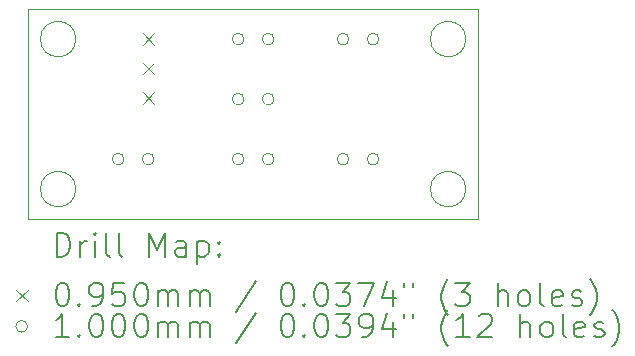
<source format=gbr>
%TF.GenerationSoftware,KiCad,Pcbnew,7.0.1*%
%TF.CreationDate,2025-05-23T00:36:25+09:00*%
%TF.ProjectId,independent_steering,696e6465-7065-46e6-9465-6e745f737465,rev?*%
%TF.SameCoordinates,Original*%
%TF.FileFunction,Drillmap*%
%TF.FilePolarity,Positive*%
%FSLAX45Y45*%
G04 Gerber Fmt 4.5, Leading zero omitted, Abs format (unit mm)*
G04 Created by KiCad (PCBNEW 7.0.1) date 2025-05-23 00:36:25*
%MOMM*%
%LPD*%
G01*
G04 APERTURE LIST*
%ADD10C,0.100000*%
%ADD11C,0.200000*%
%ADD12C,0.095000*%
G04 APERTURE END LIST*
D10*
X11834000Y-8636000D02*
G75*
G03*
X11834000Y-8636000I-150000J0D01*
G01*
X11834000Y-9906000D02*
G75*
G03*
X11834000Y-9906000I-150000J0D01*
G01*
X15136000Y-9906000D02*
G75*
G03*
X15136000Y-9906000I-150000J0D01*
G01*
X15136000Y-8636000D02*
G75*
G03*
X15136000Y-8636000I-150000J0D01*
G01*
X11430000Y-8382000D02*
X15240000Y-8382000D01*
X15240000Y-10160000D01*
X11430000Y-10160000D01*
X11430000Y-8382000D01*
D11*
D12*
X12398500Y-8588500D02*
X12493500Y-8683500D01*
X12493500Y-8588500D02*
X12398500Y-8683500D01*
X12398500Y-8838500D02*
X12493500Y-8933500D01*
X12493500Y-8838500D02*
X12398500Y-8933500D01*
X12398500Y-9088500D02*
X12493500Y-9183500D01*
X12493500Y-9088500D02*
X12398500Y-9183500D01*
D10*
X12242000Y-9652000D02*
G75*
G03*
X12242000Y-9652000I-50000J0D01*
G01*
X12496000Y-9652000D02*
G75*
G03*
X12496000Y-9652000I-50000J0D01*
G01*
X13258000Y-8636000D02*
G75*
G03*
X13258000Y-8636000I-50000J0D01*
G01*
X13258000Y-9144000D02*
G75*
G03*
X13258000Y-9144000I-50000J0D01*
G01*
X13258000Y-9652000D02*
G75*
G03*
X13258000Y-9652000I-50000J0D01*
G01*
X13512000Y-8636000D02*
G75*
G03*
X13512000Y-8636000I-50000J0D01*
G01*
X13512000Y-9144000D02*
G75*
G03*
X13512000Y-9144000I-50000J0D01*
G01*
X13512000Y-9652000D02*
G75*
G03*
X13512000Y-9652000I-50000J0D01*
G01*
X14146500Y-8636500D02*
G75*
G03*
X14146500Y-8636500I-50000J0D01*
G01*
X14146500Y-9652500D02*
G75*
G03*
X14146500Y-9652500I-50000J0D01*
G01*
X14400500Y-8636500D02*
G75*
G03*
X14400500Y-8636500I-50000J0D01*
G01*
X14400500Y-9652500D02*
G75*
G03*
X14400500Y-9652500I-50000J0D01*
G01*
D11*
X11672619Y-10477524D02*
X11672619Y-10277524D01*
X11672619Y-10277524D02*
X11720238Y-10277524D01*
X11720238Y-10277524D02*
X11748809Y-10287048D01*
X11748809Y-10287048D02*
X11767857Y-10306095D01*
X11767857Y-10306095D02*
X11777381Y-10325143D01*
X11777381Y-10325143D02*
X11786905Y-10363238D01*
X11786905Y-10363238D02*
X11786905Y-10391810D01*
X11786905Y-10391810D02*
X11777381Y-10429905D01*
X11777381Y-10429905D02*
X11767857Y-10448952D01*
X11767857Y-10448952D02*
X11748809Y-10468000D01*
X11748809Y-10468000D02*
X11720238Y-10477524D01*
X11720238Y-10477524D02*
X11672619Y-10477524D01*
X11872619Y-10477524D02*
X11872619Y-10344190D01*
X11872619Y-10382286D02*
X11882143Y-10363238D01*
X11882143Y-10363238D02*
X11891667Y-10353714D01*
X11891667Y-10353714D02*
X11910714Y-10344190D01*
X11910714Y-10344190D02*
X11929762Y-10344190D01*
X11996428Y-10477524D02*
X11996428Y-10344190D01*
X11996428Y-10277524D02*
X11986905Y-10287048D01*
X11986905Y-10287048D02*
X11996428Y-10296571D01*
X11996428Y-10296571D02*
X12005952Y-10287048D01*
X12005952Y-10287048D02*
X11996428Y-10277524D01*
X11996428Y-10277524D02*
X11996428Y-10296571D01*
X12120238Y-10477524D02*
X12101190Y-10468000D01*
X12101190Y-10468000D02*
X12091667Y-10448952D01*
X12091667Y-10448952D02*
X12091667Y-10277524D01*
X12225000Y-10477524D02*
X12205952Y-10468000D01*
X12205952Y-10468000D02*
X12196428Y-10448952D01*
X12196428Y-10448952D02*
X12196428Y-10277524D01*
X12453571Y-10477524D02*
X12453571Y-10277524D01*
X12453571Y-10277524D02*
X12520238Y-10420381D01*
X12520238Y-10420381D02*
X12586905Y-10277524D01*
X12586905Y-10277524D02*
X12586905Y-10477524D01*
X12767857Y-10477524D02*
X12767857Y-10372762D01*
X12767857Y-10372762D02*
X12758333Y-10353714D01*
X12758333Y-10353714D02*
X12739286Y-10344190D01*
X12739286Y-10344190D02*
X12701190Y-10344190D01*
X12701190Y-10344190D02*
X12682143Y-10353714D01*
X12767857Y-10468000D02*
X12748809Y-10477524D01*
X12748809Y-10477524D02*
X12701190Y-10477524D01*
X12701190Y-10477524D02*
X12682143Y-10468000D01*
X12682143Y-10468000D02*
X12672619Y-10448952D01*
X12672619Y-10448952D02*
X12672619Y-10429905D01*
X12672619Y-10429905D02*
X12682143Y-10410857D01*
X12682143Y-10410857D02*
X12701190Y-10401333D01*
X12701190Y-10401333D02*
X12748809Y-10401333D01*
X12748809Y-10401333D02*
X12767857Y-10391810D01*
X12863095Y-10344190D02*
X12863095Y-10544190D01*
X12863095Y-10353714D02*
X12882143Y-10344190D01*
X12882143Y-10344190D02*
X12920238Y-10344190D01*
X12920238Y-10344190D02*
X12939286Y-10353714D01*
X12939286Y-10353714D02*
X12948809Y-10363238D01*
X12948809Y-10363238D02*
X12958333Y-10382286D01*
X12958333Y-10382286D02*
X12958333Y-10439429D01*
X12958333Y-10439429D02*
X12948809Y-10458476D01*
X12948809Y-10458476D02*
X12939286Y-10468000D01*
X12939286Y-10468000D02*
X12920238Y-10477524D01*
X12920238Y-10477524D02*
X12882143Y-10477524D01*
X12882143Y-10477524D02*
X12863095Y-10468000D01*
X13044048Y-10458476D02*
X13053571Y-10468000D01*
X13053571Y-10468000D02*
X13044048Y-10477524D01*
X13044048Y-10477524D02*
X13034524Y-10468000D01*
X13034524Y-10468000D02*
X13044048Y-10458476D01*
X13044048Y-10458476D02*
X13044048Y-10477524D01*
X13044048Y-10353714D02*
X13053571Y-10363238D01*
X13053571Y-10363238D02*
X13044048Y-10372762D01*
X13044048Y-10372762D02*
X13034524Y-10363238D01*
X13034524Y-10363238D02*
X13044048Y-10353714D01*
X13044048Y-10353714D02*
X13044048Y-10372762D01*
D12*
X11330000Y-10757500D02*
X11425000Y-10852500D01*
X11425000Y-10757500D02*
X11330000Y-10852500D01*
D11*
X11710714Y-10697524D02*
X11729762Y-10697524D01*
X11729762Y-10697524D02*
X11748809Y-10707048D01*
X11748809Y-10707048D02*
X11758333Y-10716571D01*
X11758333Y-10716571D02*
X11767857Y-10735619D01*
X11767857Y-10735619D02*
X11777381Y-10773714D01*
X11777381Y-10773714D02*
X11777381Y-10821333D01*
X11777381Y-10821333D02*
X11767857Y-10859429D01*
X11767857Y-10859429D02*
X11758333Y-10878476D01*
X11758333Y-10878476D02*
X11748809Y-10888000D01*
X11748809Y-10888000D02*
X11729762Y-10897524D01*
X11729762Y-10897524D02*
X11710714Y-10897524D01*
X11710714Y-10897524D02*
X11691667Y-10888000D01*
X11691667Y-10888000D02*
X11682143Y-10878476D01*
X11682143Y-10878476D02*
X11672619Y-10859429D01*
X11672619Y-10859429D02*
X11663095Y-10821333D01*
X11663095Y-10821333D02*
X11663095Y-10773714D01*
X11663095Y-10773714D02*
X11672619Y-10735619D01*
X11672619Y-10735619D02*
X11682143Y-10716571D01*
X11682143Y-10716571D02*
X11691667Y-10707048D01*
X11691667Y-10707048D02*
X11710714Y-10697524D01*
X11863095Y-10878476D02*
X11872619Y-10888000D01*
X11872619Y-10888000D02*
X11863095Y-10897524D01*
X11863095Y-10897524D02*
X11853571Y-10888000D01*
X11853571Y-10888000D02*
X11863095Y-10878476D01*
X11863095Y-10878476D02*
X11863095Y-10897524D01*
X11967857Y-10897524D02*
X12005952Y-10897524D01*
X12005952Y-10897524D02*
X12025000Y-10888000D01*
X12025000Y-10888000D02*
X12034524Y-10878476D01*
X12034524Y-10878476D02*
X12053571Y-10849905D01*
X12053571Y-10849905D02*
X12063095Y-10811810D01*
X12063095Y-10811810D02*
X12063095Y-10735619D01*
X12063095Y-10735619D02*
X12053571Y-10716571D01*
X12053571Y-10716571D02*
X12044048Y-10707048D01*
X12044048Y-10707048D02*
X12025000Y-10697524D01*
X12025000Y-10697524D02*
X11986905Y-10697524D01*
X11986905Y-10697524D02*
X11967857Y-10707048D01*
X11967857Y-10707048D02*
X11958333Y-10716571D01*
X11958333Y-10716571D02*
X11948809Y-10735619D01*
X11948809Y-10735619D02*
X11948809Y-10783238D01*
X11948809Y-10783238D02*
X11958333Y-10802286D01*
X11958333Y-10802286D02*
X11967857Y-10811810D01*
X11967857Y-10811810D02*
X11986905Y-10821333D01*
X11986905Y-10821333D02*
X12025000Y-10821333D01*
X12025000Y-10821333D02*
X12044048Y-10811810D01*
X12044048Y-10811810D02*
X12053571Y-10802286D01*
X12053571Y-10802286D02*
X12063095Y-10783238D01*
X12244048Y-10697524D02*
X12148809Y-10697524D01*
X12148809Y-10697524D02*
X12139286Y-10792762D01*
X12139286Y-10792762D02*
X12148809Y-10783238D01*
X12148809Y-10783238D02*
X12167857Y-10773714D01*
X12167857Y-10773714D02*
X12215476Y-10773714D01*
X12215476Y-10773714D02*
X12234524Y-10783238D01*
X12234524Y-10783238D02*
X12244048Y-10792762D01*
X12244048Y-10792762D02*
X12253571Y-10811810D01*
X12253571Y-10811810D02*
X12253571Y-10859429D01*
X12253571Y-10859429D02*
X12244048Y-10878476D01*
X12244048Y-10878476D02*
X12234524Y-10888000D01*
X12234524Y-10888000D02*
X12215476Y-10897524D01*
X12215476Y-10897524D02*
X12167857Y-10897524D01*
X12167857Y-10897524D02*
X12148809Y-10888000D01*
X12148809Y-10888000D02*
X12139286Y-10878476D01*
X12377381Y-10697524D02*
X12396429Y-10697524D01*
X12396429Y-10697524D02*
X12415476Y-10707048D01*
X12415476Y-10707048D02*
X12425000Y-10716571D01*
X12425000Y-10716571D02*
X12434524Y-10735619D01*
X12434524Y-10735619D02*
X12444048Y-10773714D01*
X12444048Y-10773714D02*
X12444048Y-10821333D01*
X12444048Y-10821333D02*
X12434524Y-10859429D01*
X12434524Y-10859429D02*
X12425000Y-10878476D01*
X12425000Y-10878476D02*
X12415476Y-10888000D01*
X12415476Y-10888000D02*
X12396429Y-10897524D01*
X12396429Y-10897524D02*
X12377381Y-10897524D01*
X12377381Y-10897524D02*
X12358333Y-10888000D01*
X12358333Y-10888000D02*
X12348809Y-10878476D01*
X12348809Y-10878476D02*
X12339286Y-10859429D01*
X12339286Y-10859429D02*
X12329762Y-10821333D01*
X12329762Y-10821333D02*
X12329762Y-10773714D01*
X12329762Y-10773714D02*
X12339286Y-10735619D01*
X12339286Y-10735619D02*
X12348809Y-10716571D01*
X12348809Y-10716571D02*
X12358333Y-10707048D01*
X12358333Y-10707048D02*
X12377381Y-10697524D01*
X12529762Y-10897524D02*
X12529762Y-10764190D01*
X12529762Y-10783238D02*
X12539286Y-10773714D01*
X12539286Y-10773714D02*
X12558333Y-10764190D01*
X12558333Y-10764190D02*
X12586905Y-10764190D01*
X12586905Y-10764190D02*
X12605952Y-10773714D01*
X12605952Y-10773714D02*
X12615476Y-10792762D01*
X12615476Y-10792762D02*
X12615476Y-10897524D01*
X12615476Y-10792762D02*
X12625000Y-10773714D01*
X12625000Y-10773714D02*
X12644048Y-10764190D01*
X12644048Y-10764190D02*
X12672619Y-10764190D01*
X12672619Y-10764190D02*
X12691667Y-10773714D01*
X12691667Y-10773714D02*
X12701190Y-10792762D01*
X12701190Y-10792762D02*
X12701190Y-10897524D01*
X12796429Y-10897524D02*
X12796429Y-10764190D01*
X12796429Y-10783238D02*
X12805952Y-10773714D01*
X12805952Y-10773714D02*
X12825000Y-10764190D01*
X12825000Y-10764190D02*
X12853571Y-10764190D01*
X12853571Y-10764190D02*
X12872619Y-10773714D01*
X12872619Y-10773714D02*
X12882143Y-10792762D01*
X12882143Y-10792762D02*
X12882143Y-10897524D01*
X12882143Y-10792762D02*
X12891667Y-10773714D01*
X12891667Y-10773714D02*
X12910714Y-10764190D01*
X12910714Y-10764190D02*
X12939286Y-10764190D01*
X12939286Y-10764190D02*
X12958333Y-10773714D01*
X12958333Y-10773714D02*
X12967857Y-10792762D01*
X12967857Y-10792762D02*
X12967857Y-10897524D01*
X13358333Y-10688000D02*
X13186905Y-10945143D01*
X13615476Y-10697524D02*
X13634524Y-10697524D01*
X13634524Y-10697524D02*
X13653572Y-10707048D01*
X13653572Y-10707048D02*
X13663095Y-10716571D01*
X13663095Y-10716571D02*
X13672619Y-10735619D01*
X13672619Y-10735619D02*
X13682143Y-10773714D01*
X13682143Y-10773714D02*
X13682143Y-10821333D01*
X13682143Y-10821333D02*
X13672619Y-10859429D01*
X13672619Y-10859429D02*
X13663095Y-10878476D01*
X13663095Y-10878476D02*
X13653572Y-10888000D01*
X13653572Y-10888000D02*
X13634524Y-10897524D01*
X13634524Y-10897524D02*
X13615476Y-10897524D01*
X13615476Y-10897524D02*
X13596429Y-10888000D01*
X13596429Y-10888000D02*
X13586905Y-10878476D01*
X13586905Y-10878476D02*
X13577381Y-10859429D01*
X13577381Y-10859429D02*
X13567857Y-10821333D01*
X13567857Y-10821333D02*
X13567857Y-10773714D01*
X13567857Y-10773714D02*
X13577381Y-10735619D01*
X13577381Y-10735619D02*
X13586905Y-10716571D01*
X13586905Y-10716571D02*
X13596429Y-10707048D01*
X13596429Y-10707048D02*
X13615476Y-10697524D01*
X13767857Y-10878476D02*
X13777381Y-10888000D01*
X13777381Y-10888000D02*
X13767857Y-10897524D01*
X13767857Y-10897524D02*
X13758333Y-10888000D01*
X13758333Y-10888000D02*
X13767857Y-10878476D01*
X13767857Y-10878476D02*
X13767857Y-10897524D01*
X13901191Y-10697524D02*
X13920238Y-10697524D01*
X13920238Y-10697524D02*
X13939286Y-10707048D01*
X13939286Y-10707048D02*
X13948810Y-10716571D01*
X13948810Y-10716571D02*
X13958333Y-10735619D01*
X13958333Y-10735619D02*
X13967857Y-10773714D01*
X13967857Y-10773714D02*
X13967857Y-10821333D01*
X13967857Y-10821333D02*
X13958333Y-10859429D01*
X13958333Y-10859429D02*
X13948810Y-10878476D01*
X13948810Y-10878476D02*
X13939286Y-10888000D01*
X13939286Y-10888000D02*
X13920238Y-10897524D01*
X13920238Y-10897524D02*
X13901191Y-10897524D01*
X13901191Y-10897524D02*
X13882143Y-10888000D01*
X13882143Y-10888000D02*
X13872619Y-10878476D01*
X13872619Y-10878476D02*
X13863095Y-10859429D01*
X13863095Y-10859429D02*
X13853572Y-10821333D01*
X13853572Y-10821333D02*
X13853572Y-10773714D01*
X13853572Y-10773714D02*
X13863095Y-10735619D01*
X13863095Y-10735619D02*
X13872619Y-10716571D01*
X13872619Y-10716571D02*
X13882143Y-10707048D01*
X13882143Y-10707048D02*
X13901191Y-10697524D01*
X14034524Y-10697524D02*
X14158333Y-10697524D01*
X14158333Y-10697524D02*
X14091667Y-10773714D01*
X14091667Y-10773714D02*
X14120238Y-10773714D01*
X14120238Y-10773714D02*
X14139286Y-10783238D01*
X14139286Y-10783238D02*
X14148810Y-10792762D01*
X14148810Y-10792762D02*
X14158333Y-10811810D01*
X14158333Y-10811810D02*
X14158333Y-10859429D01*
X14158333Y-10859429D02*
X14148810Y-10878476D01*
X14148810Y-10878476D02*
X14139286Y-10888000D01*
X14139286Y-10888000D02*
X14120238Y-10897524D01*
X14120238Y-10897524D02*
X14063095Y-10897524D01*
X14063095Y-10897524D02*
X14044048Y-10888000D01*
X14044048Y-10888000D02*
X14034524Y-10878476D01*
X14225000Y-10697524D02*
X14358333Y-10697524D01*
X14358333Y-10697524D02*
X14272619Y-10897524D01*
X14520238Y-10764190D02*
X14520238Y-10897524D01*
X14472619Y-10688000D02*
X14425000Y-10830857D01*
X14425000Y-10830857D02*
X14548810Y-10830857D01*
X14615476Y-10697524D02*
X14615476Y-10735619D01*
X14691667Y-10697524D02*
X14691667Y-10735619D01*
X14986905Y-10973714D02*
X14977381Y-10964190D01*
X14977381Y-10964190D02*
X14958334Y-10935619D01*
X14958334Y-10935619D02*
X14948810Y-10916571D01*
X14948810Y-10916571D02*
X14939286Y-10888000D01*
X14939286Y-10888000D02*
X14929762Y-10840381D01*
X14929762Y-10840381D02*
X14929762Y-10802286D01*
X14929762Y-10802286D02*
X14939286Y-10754667D01*
X14939286Y-10754667D02*
X14948810Y-10726095D01*
X14948810Y-10726095D02*
X14958334Y-10707048D01*
X14958334Y-10707048D02*
X14977381Y-10678476D01*
X14977381Y-10678476D02*
X14986905Y-10668952D01*
X15044048Y-10697524D02*
X15167857Y-10697524D01*
X15167857Y-10697524D02*
X15101191Y-10773714D01*
X15101191Y-10773714D02*
X15129762Y-10773714D01*
X15129762Y-10773714D02*
X15148810Y-10783238D01*
X15148810Y-10783238D02*
X15158334Y-10792762D01*
X15158334Y-10792762D02*
X15167857Y-10811810D01*
X15167857Y-10811810D02*
X15167857Y-10859429D01*
X15167857Y-10859429D02*
X15158334Y-10878476D01*
X15158334Y-10878476D02*
X15148810Y-10888000D01*
X15148810Y-10888000D02*
X15129762Y-10897524D01*
X15129762Y-10897524D02*
X15072619Y-10897524D01*
X15072619Y-10897524D02*
X15053572Y-10888000D01*
X15053572Y-10888000D02*
X15044048Y-10878476D01*
X15405953Y-10897524D02*
X15405953Y-10697524D01*
X15491667Y-10897524D02*
X15491667Y-10792762D01*
X15491667Y-10792762D02*
X15482143Y-10773714D01*
X15482143Y-10773714D02*
X15463096Y-10764190D01*
X15463096Y-10764190D02*
X15434524Y-10764190D01*
X15434524Y-10764190D02*
X15415476Y-10773714D01*
X15415476Y-10773714D02*
X15405953Y-10783238D01*
X15615476Y-10897524D02*
X15596429Y-10888000D01*
X15596429Y-10888000D02*
X15586905Y-10878476D01*
X15586905Y-10878476D02*
X15577381Y-10859429D01*
X15577381Y-10859429D02*
X15577381Y-10802286D01*
X15577381Y-10802286D02*
X15586905Y-10783238D01*
X15586905Y-10783238D02*
X15596429Y-10773714D01*
X15596429Y-10773714D02*
X15615476Y-10764190D01*
X15615476Y-10764190D02*
X15644048Y-10764190D01*
X15644048Y-10764190D02*
X15663096Y-10773714D01*
X15663096Y-10773714D02*
X15672619Y-10783238D01*
X15672619Y-10783238D02*
X15682143Y-10802286D01*
X15682143Y-10802286D02*
X15682143Y-10859429D01*
X15682143Y-10859429D02*
X15672619Y-10878476D01*
X15672619Y-10878476D02*
X15663096Y-10888000D01*
X15663096Y-10888000D02*
X15644048Y-10897524D01*
X15644048Y-10897524D02*
X15615476Y-10897524D01*
X15796429Y-10897524D02*
X15777381Y-10888000D01*
X15777381Y-10888000D02*
X15767857Y-10868952D01*
X15767857Y-10868952D02*
X15767857Y-10697524D01*
X15948810Y-10888000D02*
X15929762Y-10897524D01*
X15929762Y-10897524D02*
X15891667Y-10897524D01*
X15891667Y-10897524D02*
X15872619Y-10888000D01*
X15872619Y-10888000D02*
X15863096Y-10868952D01*
X15863096Y-10868952D02*
X15863096Y-10792762D01*
X15863096Y-10792762D02*
X15872619Y-10773714D01*
X15872619Y-10773714D02*
X15891667Y-10764190D01*
X15891667Y-10764190D02*
X15929762Y-10764190D01*
X15929762Y-10764190D02*
X15948810Y-10773714D01*
X15948810Y-10773714D02*
X15958334Y-10792762D01*
X15958334Y-10792762D02*
X15958334Y-10811810D01*
X15958334Y-10811810D02*
X15863096Y-10830857D01*
X16034524Y-10888000D02*
X16053572Y-10897524D01*
X16053572Y-10897524D02*
X16091667Y-10897524D01*
X16091667Y-10897524D02*
X16110715Y-10888000D01*
X16110715Y-10888000D02*
X16120238Y-10868952D01*
X16120238Y-10868952D02*
X16120238Y-10859429D01*
X16120238Y-10859429D02*
X16110715Y-10840381D01*
X16110715Y-10840381D02*
X16091667Y-10830857D01*
X16091667Y-10830857D02*
X16063096Y-10830857D01*
X16063096Y-10830857D02*
X16044048Y-10821333D01*
X16044048Y-10821333D02*
X16034524Y-10802286D01*
X16034524Y-10802286D02*
X16034524Y-10792762D01*
X16034524Y-10792762D02*
X16044048Y-10773714D01*
X16044048Y-10773714D02*
X16063096Y-10764190D01*
X16063096Y-10764190D02*
X16091667Y-10764190D01*
X16091667Y-10764190D02*
X16110715Y-10773714D01*
X16186905Y-10973714D02*
X16196429Y-10964190D01*
X16196429Y-10964190D02*
X16215477Y-10935619D01*
X16215477Y-10935619D02*
X16225000Y-10916571D01*
X16225000Y-10916571D02*
X16234524Y-10888000D01*
X16234524Y-10888000D02*
X16244048Y-10840381D01*
X16244048Y-10840381D02*
X16244048Y-10802286D01*
X16244048Y-10802286D02*
X16234524Y-10754667D01*
X16234524Y-10754667D02*
X16225000Y-10726095D01*
X16225000Y-10726095D02*
X16215477Y-10707048D01*
X16215477Y-10707048D02*
X16196429Y-10678476D01*
X16196429Y-10678476D02*
X16186905Y-10668952D01*
D10*
X11425000Y-11069000D02*
G75*
G03*
X11425000Y-11069000I-50000J0D01*
G01*
D11*
X11777381Y-11161524D02*
X11663095Y-11161524D01*
X11720238Y-11161524D02*
X11720238Y-10961524D01*
X11720238Y-10961524D02*
X11701190Y-10990095D01*
X11701190Y-10990095D02*
X11682143Y-11009143D01*
X11682143Y-11009143D02*
X11663095Y-11018667D01*
X11863095Y-11142476D02*
X11872619Y-11152000D01*
X11872619Y-11152000D02*
X11863095Y-11161524D01*
X11863095Y-11161524D02*
X11853571Y-11152000D01*
X11853571Y-11152000D02*
X11863095Y-11142476D01*
X11863095Y-11142476D02*
X11863095Y-11161524D01*
X11996428Y-10961524D02*
X12015476Y-10961524D01*
X12015476Y-10961524D02*
X12034524Y-10971048D01*
X12034524Y-10971048D02*
X12044048Y-10980571D01*
X12044048Y-10980571D02*
X12053571Y-10999619D01*
X12053571Y-10999619D02*
X12063095Y-11037714D01*
X12063095Y-11037714D02*
X12063095Y-11085333D01*
X12063095Y-11085333D02*
X12053571Y-11123429D01*
X12053571Y-11123429D02*
X12044048Y-11142476D01*
X12044048Y-11142476D02*
X12034524Y-11152000D01*
X12034524Y-11152000D02*
X12015476Y-11161524D01*
X12015476Y-11161524D02*
X11996428Y-11161524D01*
X11996428Y-11161524D02*
X11977381Y-11152000D01*
X11977381Y-11152000D02*
X11967857Y-11142476D01*
X11967857Y-11142476D02*
X11958333Y-11123429D01*
X11958333Y-11123429D02*
X11948809Y-11085333D01*
X11948809Y-11085333D02*
X11948809Y-11037714D01*
X11948809Y-11037714D02*
X11958333Y-10999619D01*
X11958333Y-10999619D02*
X11967857Y-10980571D01*
X11967857Y-10980571D02*
X11977381Y-10971048D01*
X11977381Y-10971048D02*
X11996428Y-10961524D01*
X12186905Y-10961524D02*
X12205952Y-10961524D01*
X12205952Y-10961524D02*
X12225000Y-10971048D01*
X12225000Y-10971048D02*
X12234524Y-10980571D01*
X12234524Y-10980571D02*
X12244048Y-10999619D01*
X12244048Y-10999619D02*
X12253571Y-11037714D01*
X12253571Y-11037714D02*
X12253571Y-11085333D01*
X12253571Y-11085333D02*
X12244048Y-11123429D01*
X12244048Y-11123429D02*
X12234524Y-11142476D01*
X12234524Y-11142476D02*
X12225000Y-11152000D01*
X12225000Y-11152000D02*
X12205952Y-11161524D01*
X12205952Y-11161524D02*
X12186905Y-11161524D01*
X12186905Y-11161524D02*
X12167857Y-11152000D01*
X12167857Y-11152000D02*
X12158333Y-11142476D01*
X12158333Y-11142476D02*
X12148809Y-11123429D01*
X12148809Y-11123429D02*
X12139286Y-11085333D01*
X12139286Y-11085333D02*
X12139286Y-11037714D01*
X12139286Y-11037714D02*
X12148809Y-10999619D01*
X12148809Y-10999619D02*
X12158333Y-10980571D01*
X12158333Y-10980571D02*
X12167857Y-10971048D01*
X12167857Y-10971048D02*
X12186905Y-10961524D01*
X12377381Y-10961524D02*
X12396429Y-10961524D01*
X12396429Y-10961524D02*
X12415476Y-10971048D01*
X12415476Y-10971048D02*
X12425000Y-10980571D01*
X12425000Y-10980571D02*
X12434524Y-10999619D01*
X12434524Y-10999619D02*
X12444048Y-11037714D01*
X12444048Y-11037714D02*
X12444048Y-11085333D01*
X12444048Y-11085333D02*
X12434524Y-11123429D01*
X12434524Y-11123429D02*
X12425000Y-11142476D01*
X12425000Y-11142476D02*
X12415476Y-11152000D01*
X12415476Y-11152000D02*
X12396429Y-11161524D01*
X12396429Y-11161524D02*
X12377381Y-11161524D01*
X12377381Y-11161524D02*
X12358333Y-11152000D01*
X12358333Y-11152000D02*
X12348809Y-11142476D01*
X12348809Y-11142476D02*
X12339286Y-11123429D01*
X12339286Y-11123429D02*
X12329762Y-11085333D01*
X12329762Y-11085333D02*
X12329762Y-11037714D01*
X12329762Y-11037714D02*
X12339286Y-10999619D01*
X12339286Y-10999619D02*
X12348809Y-10980571D01*
X12348809Y-10980571D02*
X12358333Y-10971048D01*
X12358333Y-10971048D02*
X12377381Y-10961524D01*
X12529762Y-11161524D02*
X12529762Y-11028190D01*
X12529762Y-11047238D02*
X12539286Y-11037714D01*
X12539286Y-11037714D02*
X12558333Y-11028190D01*
X12558333Y-11028190D02*
X12586905Y-11028190D01*
X12586905Y-11028190D02*
X12605952Y-11037714D01*
X12605952Y-11037714D02*
X12615476Y-11056762D01*
X12615476Y-11056762D02*
X12615476Y-11161524D01*
X12615476Y-11056762D02*
X12625000Y-11037714D01*
X12625000Y-11037714D02*
X12644048Y-11028190D01*
X12644048Y-11028190D02*
X12672619Y-11028190D01*
X12672619Y-11028190D02*
X12691667Y-11037714D01*
X12691667Y-11037714D02*
X12701190Y-11056762D01*
X12701190Y-11056762D02*
X12701190Y-11161524D01*
X12796429Y-11161524D02*
X12796429Y-11028190D01*
X12796429Y-11047238D02*
X12805952Y-11037714D01*
X12805952Y-11037714D02*
X12825000Y-11028190D01*
X12825000Y-11028190D02*
X12853571Y-11028190D01*
X12853571Y-11028190D02*
X12872619Y-11037714D01*
X12872619Y-11037714D02*
X12882143Y-11056762D01*
X12882143Y-11056762D02*
X12882143Y-11161524D01*
X12882143Y-11056762D02*
X12891667Y-11037714D01*
X12891667Y-11037714D02*
X12910714Y-11028190D01*
X12910714Y-11028190D02*
X12939286Y-11028190D01*
X12939286Y-11028190D02*
X12958333Y-11037714D01*
X12958333Y-11037714D02*
X12967857Y-11056762D01*
X12967857Y-11056762D02*
X12967857Y-11161524D01*
X13358333Y-10952000D02*
X13186905Y-11209143D01*
X13615476Y-10961524D02*
X13634524Y-10961524D01*
X13634524Y-10961524D02*
X13653572Y-10971048D01*
X13653572Y-10971048D02*
X13663095Y-10980571D01*
X13663095Y-10980571D02*
X13672619Y-10999619D01*
X13672619Y-10999619D02*
X13682143Y-11037714D01*
X13682143Y-11037714D02*
X13682143Y-11085333D01*
X13682143Y-11085333D02*
X13672619Y-11123429D01*
X13672619Y-11123429D02*
X13663095Y-11142476D01*
X13663095Y-11142476D02*
X13653572Y-11152000D01*
X13653572Y-11152000D02*
X13634524Y-11161524D01*
X13634524Y-11161524D02*
X13615476Y-11161524D01*
X13615476Y-11161524D02*
X13596429Y-11152000D01*
X13596429Y-11152000D02*
X13586905Y-11142476D01*
X13586905Y-11142476D02*
X13577381Y-11123429D01*
X13577381Y-11123429D02*
X13567857Y-11085333D01*
X13567857Y-11085333D02*
X13567857Y-11037714D01*
X13567857Y-11037714D02*
X13577381Y-10999619D01*
X13577381Y-10999619D02*
X13586905Y-10980571D01*
X13586905Y-10980571D02*
X13596429Y-10971048D01*
X13596429Y-10971048D02*
X13615476Y-10961524D01*
X13767857Y-11142476D02*
X13777381Y-11152000D01*
X13777381Y-11152000D02*
X13767857Y-11161524D01*
X13767857Y-11161524D02*
X13758333Y-11152000D01*
X13758333Y-11152000D02*
X13767857Y-11142476D01*
X13767857Y-11142476D02*
X13767857Y-11161524D01*
X13901191Y-10961524D02*
X13920238Y-10961524D01*
X13920238Y-10961524D02*
X13939286Y-10971048D01*
X13939286Y-10971048D02*
X13948810Y-10980571D01*
X13948810Y-10980571D02*
X13958333Y-10999619D01*
X13958333Y-10999619D02*
X13967857Y-11037714D01*
X13967857Y-11037714D02*
X13967857Y-11085333D01*
X13967857Y-11085333D02*
X13958333Y-11123429D01*
X13958333Y-11123429D02*
X13948810Y-11142476D01*
X13948810Y-11142476D02*
X13939286Y-11152000D01*
X13939286Y-11152000D02*
X13920238Y-11161524D01*
X13920238Y-11161524D02*
X13901191Y-11161524D01*
X13901191Y-11161524D02*
X13882143Y-11152000D01*
X13882143Y-11152000D02*
X13872619Y-11142476D01*
X13872619Y-11142476D02*
X13863095Y-11123429D01*
X13863095Y-11123429D02*
X13853572Y-11085333D01*
X13853572Y-11085333D02*
X13853572Y-11037714D01*
X13853572Y-11037714D02*
X13863095Y-10999619D01*
X13863095Y-10999619D02*
X13872619Y-10980571D01*
X13872619Y-10980571D02*
X13882143Y-10971048D01*
X13882143Y-10971048D02*
X13901191Y-10961524D01*
X14034524Y-10961524D02*
X14158333Y-10961524D01*
X14158333Y-10961524D02*
X14091667Y-11037714D01*
X14091667Y-11037714D02*
X14120238Y-11037714D01*
X14120238Y-11037714D02*
X14139286Y-11047238D01*
X14139286Y-11047238D02*
X14148810Y-11056762D01*
X14148810Y-11056762D02*
X14158333Y-11075810D01*
X14158333Y-11075810D02*
X14158333Y-11123429D01*
X14158333Y-11123429D02*
X14148810Y-11142476D01*
X14148810Y-11142476D02*
X14139286Y-11152000D01*
X14139286Y-11152000D02*
X14120238Y-11161524D01*
X14120238Y-11161524D02*
X14063095Y-11161524D01*
X14063095Y-11161524D02*
X14044048Y-11152000D01*
X14044048Y-11152000D02*
X14034524Y-11142476D01*
X14253572Y-11161524D02*
X14291667Y-11161524D01*
X14291667Y-11161524D02*
X14310714Y-11152000D01*
X14310714Y-11152000D02*
X14320238Y-11142476D01*
X14320238Y-11142476D02*
X14339286Y-11113905D01*
X14339286Y-11113905D02*
X14348810Y-11075810D01*
X14348810Y-11075810D02*
X14348810Y-10999619D01*
X14348810Y-10999619D02*
X14339286Y-10980571D01*
X14339286Y-10980571D02*
X14329762Y-10971048D01*
X14329762Y-10971048D02*
X14310714Y-10961524D01*
X14310714Y-10961524D02*
X14272619Y-10961524D01*
X14272619Y-10961524D02*
X14253572Y-10971048D01*
X14253572Y-10971048D02*
X14244048Y-10980571D01*
X14244048Y-10980571D02*
X14234524Y-10999619D01*
X14234524Y-10999619D02*
X14234524Y-11047238D01*
X14234524Y-11047238D02*
X14244048Y-11066286D01*
X14244048Y-11066286D02*
X14253572Y-11075810D01*
X14253572Y-11075810D02*
X14272619Y-11085333D01*
X14272619Y-11085333D02*
X14310714Y-11085333D01*
X14310714Y-11085333D02*
X14329762Y-11075810D01*
X14329762Y-11075810D02*
X14339286Y-11066286D01*
X14339286Y-11066286D02*
X14348810Y-11047238D01*
X14520238Y-11028190D02*
X14520238Y-11161524D01*
X14472619Y-10952000D02*
X14425000Y-11094857D01*
X14425000Y-11094857D02*
X14548810Y-11094857D01*
X14615476Y-10961524D02*
X14615476Y-10999619D01*
X14691667Y-10961524D02*
X14691667Y-10999619D01*
X14986905Y-11237714D02*
X14977381Y-11228190D01*
X14977381Y-11228190D02*
X14958334Y-11199619D01*
X14958334Y-11199619D02*
X14948810Y-11180571D01*
X14948810Y-11180571D02*
X14939286Y-11152000D01*
X14939286Y-11152000D02*
X14929762Y-11104381D01*
X14929762Y-11104381D02*
X14929762Y-11066286D01*
X14929762Y-11066286D02*
X14939286Y-11018667D01*
X14939286Y-11018667D02*
X14948810Y-10990095D01*
X14948810Y-10990095D02*
X14958334Y-10971048D01*
X14958334Y-10971048D02*
X14977381Y-10942476D01*
X14977381Y-10942476D02*
X14986905Y-10932952D01*
X15167857Y-11161524D02*
X15053572Y-11161524D01*
X15110714Y-11161524D02*
X15110714Y-10961524D01*
X15110714Y-10961524D02*
X15091667Y-10990095D01*
X15091667Y-10990095D02*
X15072619Y-11009143D01*
X15072619Y-11009143D02*
X15053572Y-11018667D01*
X15244048Y-10980571D02*
X15253572Y-10971048D01*
X15253572Y-10971048D02*
X15272619Y-10961524D01*
X15272619Y-10961524D02*
X15320238Y-10961524D01*
X15320238Y-10961524D02*
X15339286Y-10971048D01*
X15339286Y-10971048D02*
X15348810Y-10980571D01*
X15348810Y-10980571D02*
X15358334Y-10999619D01*
X15358334Y-10999619D02*
X15358334Y-11018667D01*
X15358334Y-11018667D02*
X15348810Y-11047238D01*
X15348810Y-11047238D02*
X15234524Y-11161524D01*
X15234524Y-11161524D02*
X15358334Y-11161524D01*
X15596429Y-11161524D02*
X15596429Y-10961524D01*
X15682143Y-11161524D02*
X15682143Y-11056762D01*
X15682143Y-11056762D02*
X15672619Y-11037714D01*
X15672619Y-11037714D02*
X15653572Y-11028190D01*
X15653572Y-11028190D02*
X15625000Y-11028190D01*
X15625000Y-11028190D02*
X15605953Y-11037714D01*
X15605953Y-11037714D02*
X15596429Y-11047238D01*
X15805953Y-11161524D02*
X15786905Y-11152000D01*
X15786905Y-11152000D02*
X15777381Y-11142476D01*
X15777381Y-11142476D02*
X15767857Y-11123429D01*
X15767857Y-11123429D02*
X15767857Y-11066286D01*
X15767857Y-11066286D02*
X15777381Y-11047238D01*
X15777381Y-11047238D02*
X15786905Y-11037714D01*
X15786905Y-11037714D02*
X15805953Y-11028190D01*
X15805953Y-11028190D02*
X15834524Y-11028190D01*
X15834524Y-11028190D02*
X15853572Y-11037714D01*
X15853572Y-11037714D02*
X15863096Y-11047238D01*
X15863096Y-11047238D02*
X15872619Y-11066286D01*
X15872619Y-11066286D02*
X15872619Y-11123429D01*
X15872619Y-11123429D02*
X15863096Y-11142476D01*
X15863096Y-11142476D02*
X15853572Y-11152000D01*
X15853572Y-11152000D02*
X15834524Y-11161524D01*
X15834524Y-11161524D02*
X15805953Y-11161524D01*
X15986905Y-11161524D02*
X15967857Y-11152000D01*
X15967857Y-11152000D02*
X15958334Y-11132952D01*
X15958334Y-11132952D02*
X15958334Y-10961524D01*
X16139286Y-11152000D02*
X16120238Y-11161524D01*
X16120238Y-11161524D02*
X16082143Y-11161524D01*
X16082143Y-11161524D02*
X16063096Y-11152000D01*
X16063096Y-11152000D02*
X16053572Y-11132952D01*
X16053572Y-11132952D02*
X16053572Y-11056762D01*
X16053572Y-11056762D02*
X16063096Y-11037714D01*
X16063096Y-11037714D02*
X16082143Y-11028190D01*
X16082143Y-11028190D02*
X16120238Y-11028190D01*
X16120238Y-11028190D02*
X16139286Y-11037714D01*
X16139286Y-11037714D02*
X16148810Y-11056762D01*
X16148810Y-11056762D02*
X16148810Y-11075810D01*
X16148810Y-11075810D02*
X16053572Y-11094857D01*
X16225000Y-11152000D02*
X16244048Y-11161524D01*
X16244048Y-11161524D02*
X16282143Y-11161524D01*
X16282143Y-11161524D02*
X16301191Y-11152000D01*
X16301191Y-11152000D02*
X16310715Y-11132952D01*
X16310715Y-11132952D02*
X16310715Y-11123429D01*
X16310715Y-11123429D02*
X16301191Y-11104381D01*
X16301191Y-11104381D02*
X16282143Y-11094857D01*
X16282143Y-11094857D02*
X16253572Y-11094857D01*
X16253572Y-11094857D02*
X16234524Y-11085333D01*
X16234524Y-11085333D02*
X16225000Y-11066286D01*
X16225000Y-11066286D02*
X16225000Y-11056762D01*
X16225000Y-11056762D02*
X16234524Y-11037714D01*
X16234524Y-11037714D02*
X16253572Y-11028190D01*
X16253572Y-11028190D02*
X16282143Y-11028190D01*
X16282143Y-11028190D02*
X16301191Y-11037714D01*
X16377381Y-11237714D02*
X16386905Y-11228190D01*
X16386905Y-11228190D02*
X16405953Y-11199619D01*
X16405953Y-11199619D02*
X16415477Y-11180571D01*
X16415477Y-11180571D02*
X16425000Y-11152000D01*
X16425000Y-11152000D02*
X16434524Y-11104381D01*
X16434524Y-11104381D02*
X16434524Y-11066286D01*
X16434524Y-11066286D02*
X16425000Y-11018667D01*
X16425000Y-11018667D02*
X16415477Y-10990095D01*
X16415477Y-10990095D02*
X16405953Y-10971048D01*
X16405953Y-10971048D02*
X16386905Y-10942476D01*
X16386905Y-10942476D02*
X16377381Y-10932952D01*
M02*

</source>
